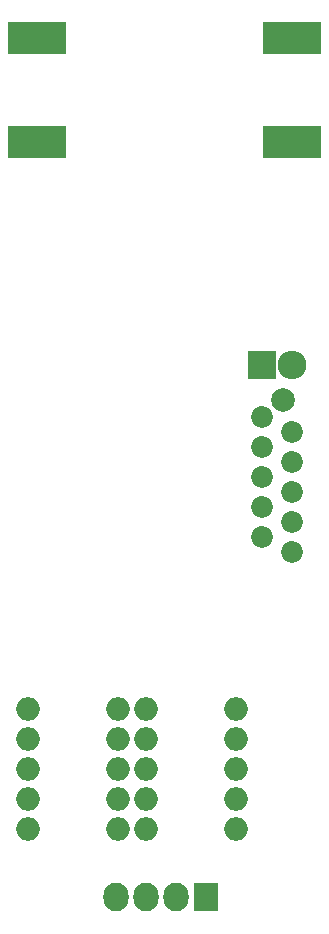
<source format=gbs>
G04 #@! TF.FileFunction,Soldermask,Bot*
%FSLAX46Y46*%
G04 Gerber Fmt 4.6, Leading zero omitted, Abs format (unit mm)*
G04 Created by KiCad (PCBNEW (2016-03-18 BZR 6629)-product) date Sa 16 Apr 2016 02:00:58 CEST*
%MOMM*%
G01*
G04 APERTURE LIST*
%ADD10C,0.100000*%
%ADD11O,2.000000X2.000000*%
%ADD12C,1.850000*%
%ADD13C,2.000000*%
%ADD14R,4.972000X2.813000*%
%ADD15R,2.127200X2.432000*%
%ADD16O,2.127200X2.432000*%
%ADD17R,2.432000X2.432000*%
%ADD18O,2.432000X2.432000*%
G04 APERTURE END LIST*
D10*
D11*
X150350000Y-148900000D03*
X150350000Y-151440000D03*
X150350000Y-153980000D03*
X150350000Y-156520000D03*
X150350000Y-159060000D03*
X157970000Y-159060000D03*
X157970000Y-156520000D03*
X157970000Y-153980000D03*
X157970000Y-151440000D03*
X157970000Y-148900000D03*
D12*
X170180000Y-124160000D03*
X172720000Y-125430000D03*
X170180000Y-126700000D03*
X172720000Y-127970000D03*
X170180000Y-129240000D03*
X172720000Y-130510000D03*
X170180000Y-131780000D03*
X172720000Y-133050000D03*
X170180000Y-134320000D03*
X172720000Y-135590000D03*
D13*
X171980000Y-122760000D03*
D14*
X151140000Y-92120000D03*
X151140000Y-100920000D03*
X172710000Y-100920000D03*
X172710000Y-92120000D03*
D11*
X160350000Y-148900000D03*
X160350000Y-151440000D03*
X160350000Y-153980000D03*
X160350000Y-156520000D03*
X160350000Y-159060000D03*
X167970000Y-159060000D03*
X167970000Y-156520000D03*
X167970000Y-153980000D03*
X167970000Y-151440000D03*
X167970000Y-148900000D03*
D15*
X165400000Y-164850000D03*
D16*
X162860000Y-164850000D03*
X160320000Y-164850000D03*
X157780000Y-164850000D03*
D17*
X170150000Y-119775000D03*
D18*
X172690000Y-119775000D03*
M02*

</source>
